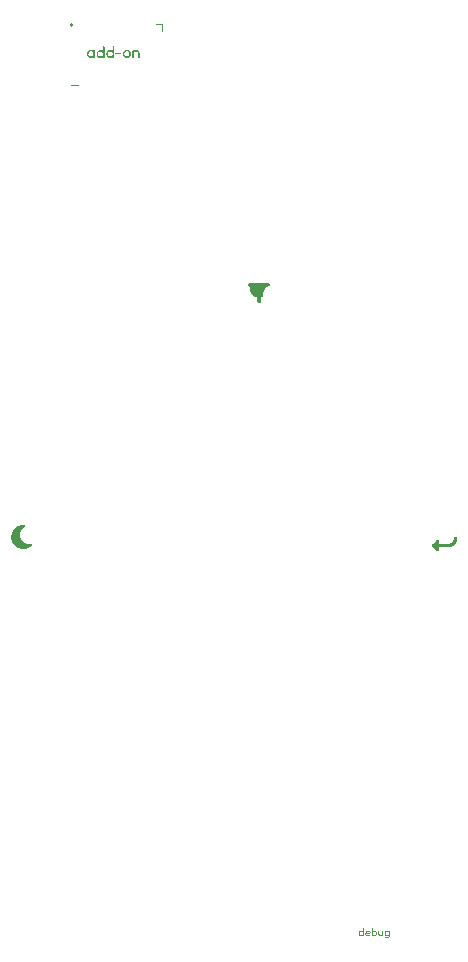
<source format=gbr>
%TF.GenerationSoftware,KiCad,Pcbnew,8.0.8*%
%TF.CreationDate,2025-01-29T17:42:58+00:00*%
%TF.ProjectId,mariposa,6d617269-706f-4736-912e-6b696361645f,2.0*%
%TF.SameCoordinates,Original*%
%TF.FileFunction,Legend,Top*%
%TF.FilePolarity,Positive*%
%FSLAX46Y46*%
G04 Gerber Fmt 4.6, Leading zero omitted, Abs format (unit mm)*
G04 Created by KiCad (PCBNEW 8.0.8) date 2025-01-29 17:42:58*
%MOMM*%
%LPD*%
G01*
G04 APERTURE LIST*
%ADD10C,0.000000*%
%ADD11C,0.100000*%
%ADD12C,0.120000*%
%ADD13C,0.191421*%
G04 APERTURE END LIST*
D10*
G36*
X168838578Y-93312078D02*
G01*
X168846326Y-93312665D01*
X168853961Y-93313633D01*
X168861475Y-93314971D01*
X168868854Y-93316670D01*
X168876091Y-93318719D01*
X168883174Y-93321113D01*
X168890098Y-93323838D01*
X168896851Y-93326886D01*
X168903424Y-93330248D01*
X168909805Y-93333913D01*
X168915988Y-93337873D01*
X168921962Y-93342118D01*
X168927717Y-93346639D01*
X168933244Y-93351426D01*
X168938535Y-93356469D01*
X168943578Y-93361758D01*
X168948363Y-93367286D01*
X168952885Y-93373040D01*
X168957130Y-93379015D01*
X168961090Y-93385197D01*
X168964755Y-93391579D01*
X168968116Y-93398152D01*
X168971165Y-93404904D01*
X168973890Y-93411828D01*
X168976283Y-93418912D01*
X168978333Y-93426149D01*
X168980033Y-93433529D01*
X168981370Y-93441041D01*
X168982337Y-93448677D01*
X168982926Y-93456426D01*
X168983117Y-93464040D01*
X168982133Y-93503030D01*
X168979191Y-93541739D01*
X168974348Y-93579885D01*
X168967648Y-93617420D01*
X168959143Y-93654294D01*
X168948879Y-93690460D01*
X168936903Y-93725870D01*
X168923264Y-93760477D01*
X168908009Y-93794232D01*
X168891187Y-93827090D01*
X168872844Y-93859000D01*
X168853029Y-93889916D01*
X168831790Y-93919790D01*
X168809172Y-93948574D01*
X168785227Y-93976220D01*
X168760000Y-94002679D01*
X168733540Y-94027907D01*
X168705894Y-94051852D01*
X168677111Y-94074469D01*
X168647237Y-94095708D01*
X168616320Y-94115523D01*
X168584410Y-94133867D01*
X168551554Y-94150689D01*
X168517797Y-94165945D01*
X168483190Y-94179584D01*
X168447780Y-94191558D01*
X168411613Y-94201824D01*
X168374740Y-94210329D01*
X168337206Y-94217026D01*
X168299060Y-94221871D01*
X168260350Y-94224812D01*
X168221123Y-94225803D01*
X167459123Y-94225803D01*
X167459123Y-94378202D01*
X167459015Y-94383987D01*
X167458692Y-94389727D01*
X167458158Y-94395420D01*
X167457415Y-94401060D01*
X167456468Y-94406642D01*
X167455319Y-94412162D01*
X167453970Y-94417617D01*
X167452426Y-94423000D01*
X167450689Y-94428309D01*
X167448764Y-94433537D01*
X167446652Y-94438680D01*
X167444355Y-94443736D01*
X167441881Y-94448697D01*
X167439229Y-94453561D01*
X167436403Y-94458322D01*
X167433405Y-94462975D01*
X167430241Y-94467518D01*
X167426913Y-94471943D01*
X167423425Y-94476249D01*
X167419776Y-94480429D01*
X167415974Y-94484479D01*
X167412020Y-94488395D01*
X167407919Y-94492173D01*
X167403670Y-94495807D01*
X167399280Y-94499293D01*
X167394751Y-94502626D01*
X167390084Y-94505803D01*
X167385286Y-94508818D01*
X167380357Y-94511668D01*
X167375302Y-94514346D01*
X167370124Y-94516849D01*
X167364826Y-94519172D01*
X167354022Y-94523210D01*
X167343072Y-94526395D01*
X167332019Y-94528737D01*
X167320907Y-94530246D01*
X167309777Y-94530927D01*
X167298673Y-94530793D01*
X167287641Y-94529848D01*
X167276720Y-94528102D01*
X167265955Y-94525565D01*
X167255390Y-94522243D01*
X167245069Y-94518144D01*
X167235033Y-94513280D01*
X167225326Y-94507655D01*
X167215993Y-94501280D01*
X167207073Y-94494162D01*
X167198615Y-94486312D01*
X166893814Y-94181512D01*
X166888408Y-94175824D01*
X166883350Y-94169933D01*
X166878642Y-94163850D01*
X166874280Y-94157591D01*
X166870269Y-94151168D01*
X166866607Y-94144598D01*
X166863294Y-94137890D01*
X166860329Y-94131059D01*
X166857712Y-94124120D01*
X166855444Y-94117086D01*
X166853526Y-94109970D01*
X166851956Y-94102786D01*
X166850735Y-94095547D01*
X166849863Y-94088267D01*
X166849340Y-94080962D01*
X166849166Y-94073640D01*
X166849340Y-94066320D01*
X166849863Y-94059015D01*
X166850736Y-94051736D01*
X166851956Y-94044497D01*
X166853526Y-94037313D01*
X166855445Y-94030197D01*
X166857712Y-94023163D01*
X166860328Y-94016224D01*
X166863294Y-94009392D01*
X166866607Y-94002685D01*
X166870270Y-93996113D01*
X166874280Y-93989691D01*
X166878641Y-93983432D01*
X166883350Y-93977350D01*
X166888409Y-93971458D01*
X166893814Y-93965771D01*
X167198615Y-93660971D01*
X167207073Y-93653198D01*
X167215992Y-93646139D01*
X167225327Y-93639804D01*
X167235032Y-93634203D01*
X167245068Y-93629348D01*
X167255390Y-93625248D01*
X167265956Y-93621916D01*
X167276720Y-93619359D01*
X167287641Y-93617588D01*
X167298674Y-93616615D01*
X167309777Y-93616451D01*
X167320906Y-93617104D01*
X167332020Y-93618586D01*
X167343072Y-93620906D01*
X167354022Y-93624077D01*
X167364825Y-93628110D01*
X167375303Y-93632941D01*
X167385286Y-93638483D01*
X167394750Y-93644697D01*
X167403670Y-93651543D01*
X167412021Y-93658983D01*
X167419777Y-93666978D01*
X167426913Y-93675493D01*
X167433405Y-93684485D01*
X167439229Y-93693920D01*
X167444355Y-93703756D01*
X167448763Y-93713956D01*
X167452426Y-93724483D01*
X167455319Y-93735297D01*
X167457415Y-93746360D01*
X167458692Y-93757634D01*
X167459123Y-93769079D01*
X167459123Y-93921480D01*
X168221124Y-93921479D01*
X168244642Y-93920884D01*
X168267854Y-93919118D01*
X168290730Y-93916209D01*
X168313238Y-93912187D01*
X168335355Y-93907080D01*
X168357046Y-93900916D01*
X168378287Y-93893727D01*
X168399048Y-93885538D01*
X168419298Y-93876378D01*
X168439012Y-93866279D01*
X168458157Y-93855268D01*
X168476707Y-93843373D01*
X168494633Y-93830622D01*
X168511906Y-93817048D01*
X168528498Y-93802675D01*
X168544378Y-93787534D01*
X168559518Y-93771654D01*
X168573892Y-93755063D01*
X168587466Y-93737789D01*
X168600216Y-93719864D01*
X168612111Y-93701314D01*
X168623124Y-93682168D01*
X168633222Y-93662455D01*
X168642382Y-93642204D01*
X168650571Y-93621444D01*
X168657760Y-93600203D01*
X168663924Y-93578510D01*
X168669030Y-93556395D01*
X168673053Y-93533886D01*
X168675962Y-93511011D01*
X168677728Y-93487799D01*
X168678323Y-93464279D01*
X168678521Y-93456426D01*
X168679108Y-93448677D01*
X168680077Y-93441040D01*
X168681414Y-93433529D01*
X168683114Y-93426150D01*
X168685164Y-93418912D01*
X168687557Y-93411828D01*
X168690282Y-93404905D01*
X168693330Y-93398152D01*
X168696692Y-93391580D01*
X168700357Y-93385198D01*
X168704317Y-93379014D01*
X168708563Y-93373041D01*
X168713083Y-93367286D01*
X168717870Y-93361759D01*
X168722912Y-93356469D01*
X168728203Y-93351425D01*
X168733730Y-93346639D01*
X168739484Y-93342119D01*
X168745458Y-93337873D01*
X168751642Y-93333913D01*
X168758024Y-93330248D01*
X168764595Y-93326885D01*
X168771348Y-93323838D01*
X168778271Y-93321113D01*
X168785356Y-93318719D01*
X168792593Y-93316670D01*
X168799973Y-93314971D01*
X168807484Y-93313632D01*
X168815120Y-93312665D01*
X168822869Y-93312078D01*
X168830723Y-93311880D01*
X168838578Y-93312078D01*
G37*
G36*
X152972670Y-71878675D02*
G01*
X152980419Y-71879262D01*
X152988055Y-71880230D01*
X152995567Y-71881568D01*
X153002946Y-71883267D01*
X153010183Y-71885318D01*
X153017267Y-71887710D01*
X153024191Y-71890435D01*
X153030943Y-71893483D01*
X153037516Y-71896845D01*
X153043898Y-71900511D01*
X153050081Y-71904471D01*
X153056054Y-71908716D01*
X153061810Y-71913236D01*
X153067337Y-71918023D01*
X153072627Y-71923066D01*
X153077670Y-71928356D01*
X153082457Y-71933883D01*
X153086977Y-71939639D01*
X153091222Y-71945612D01*
X153095182Y-71951795D01*
X153098848Y-71958177D01*
X153102209Y-71964749D01*
X153105258Y-71971502D01*
X153107983Y-71978425D01*
X153110375Y-71985510D01*
X153112426Y-71992747D01*
X153114125Y-72000126D01*
X153115463Y-72007638D01*
X153116430Y-72015274D01*
X153117018Y-72023023D01*
X153117216Y-72030877D01*
X153117170Y-72034984D01*
X153117030Y-72039085D01*
X153116789Y-72043175D01*
X153116442Y-72047248D01*
X153115983Y-72051299D01*
X153115408Y-72055322D01*
X153114709Y-72059311D01*
X153113882Y-72063262D01*
X153049388Y-72084749D01*
X152987331Y-72111189D01*
X152927948Y-72142347D01*
X152871478Y-72177986D01*
X152818159Y-72217869D01*
X152768228Y-72261761D01*
X152721923Y-72309423D01*
X152679483Y-72360621D01*
X152641144Y-72415116D01*
X152607146Y-72472674D01*
X152577725Y-72533057D01*
X152553120Y-72596029D01*
X152533569Y-72661354D01*
X152525763Y-72694824D01*
X152519309Y-72728794D01*
X152514238Y-72763234D01*
X152510579Y-72798114D01*
X152508362Y-72833405D01*
X152507616Y-72869077D01*
X152507840Y-72889370D01*
X152508516Y-72909528D01*
X152509650Y-72929553D01*
X152511247Y-72949444D01*
X152513313Y-72969201D01*
X152515854Y-72988824D01*
X152518874Y-73008313D01*
X152522380Y-73027668D01*
X152502559Y-73036507D01*
X152482397Y-73044798D01*
X152461912Y-73052532D01*
X152441120Y-73059696D01*
X152420037Y-73066280D01*
X152398681Y-73072272D01*
X152377069Y-73077661D01*
X152355216Y-73082437D01*
X152355216Y-73402477D01*
X152355018Y-73410331D01*
X152354431Y-73418080D01*
X152353463Y-73425715D01*
X152352125Y-73433228D01*
X152350426Y-73440607D01*
X152348375Y-73447844D01*
X152345983Y-73454928D01*
X152343258Y-73461852D01*
X152340209Y-73468604D01*
X152336848Y-73475177D01*
X152333182Y-73481559D01*
X152329222Y-73487741D01*
X152324977Y-73493715D01*
X152320457Y-73499471D01*
X152315670Y-73504998D01*
X152310627Y-73510288D01*
X152305337Y-73515331D01*
X152299810Y-73520117D01*
X152294054Y-73524638D01*
X152288080Y-73528883D01*
X152281898Y-73532843D01*
X152275516Y-73536509D01*
X152268943Y-73539870D01*
X152262191Y-73542919D01*
X152255267Y-73545644D01*
X152248183Y-73548036D01*
X152240946Y-73550087D01*
X152233567Y-73551786D01*
X152226055Y-73553124D01*
X152218419Y-73554091D01*
X152210670Y-73554679D01*
X152202816Y-73554877D01*
X152194962Y-73554679D01*
X152187213Y-73554091D01*
X152179577Y-73553124D01*
X152172065Y-73551786D01*
X152164686Y-73550087D01*
X152157449Y-73548036D01*
X152150364Y-73545644D01*
X152143441Y-73542919D01*
X152136688Y-73539870D01*
X152130116Y-73536509D01*
X152123734Y-73532843D01*
X152117551Y-73528883D01*
X152111578Y-73524638D01*
X152105822Y-73520117D01*
X152100295Y-73515331D01*
X152095005Y-73510288D01*
X152089962Y-73504998D01*
X152085175Y-73499471D01*
X152080655Y-73493715D01*
X152076410Y-73487741D01*
X152072450Y-73481559D01*
X152068784Y-73475177D01*
X152065422Y-73468604D01*
X152062374Y-73461852D01*
X152059649Y-73454928D01*
X152057257Y-73447844D01*
X152055206Y-73440607D01*
X152053507Y-73433228D01*
X152052169Y-73425715D01*
X152051201Y-73418080D01*
X152050614Y-73410331D01*
X152050416Y-73402477D01*
X152050416Y-73082437D01*
X152018079Y-73075139D01*
X151986277Y-73066485D01*
X151955041Y-73056505D01*
X151924405Y-73045232D01*
X151894400Y-73032698D01*
X151865059Y-73018936D01*
X151836413Y-73003978D01*
X151808496Y-72987857D01*
X151781339Y-72970603D01*
X151754975Y-72952251D01*
X151704753Y-72912377D01*
X151658090Y-72868492D01*
X151615243Y-72820857D01*
X151576469Y-72769727D01*
X151558691Y-72742933D01*
X151542028Y-72715362D01*
X151526513Y-72687046D01*
X151512178Y-72658019D01*
X151499055Y-72628312D01*
X151487176Y-72597957D01*
X151476574Y-72566987D01*
X151467281Y-72535433D01*
X151459329Y-72503329D01*
X151452750Y-72470707D01*
X151447577Y-72437598D01*
X151443843Y-72404035D01*
X151441578Y-72370051D01*
X151440816Y-72335677D01*
X151440816Y-72183277D01*
X151432962Y-72183079D01*
X151425213Y-72182492D01*
X151417577Y-72181524D01*
X151410065Y-72180186D01*
X151402686Y-72178487D01*
X151395449Y-72176436D01*
X151388364Y-72174044D01*
X151381441Y-72171319D01*
X151374688Y-72168270D01*
X151368116Y-72164909D01*
X151361734Y-72161243D01*
X151355551Y-72157283D01*
X151349578Y-72153038D01*
X151343822Y-72148518D01*
X151338295Y-72143731D01*
X151333005Y-72138688D01*
X151327962Y-72133398D01*
X151323175Y-72127871D01*
X151318655Y-72122115D01*
X151314410Y-72116141D01*
X151310450Y-72109959D01*
X151306784Y-72103577D01*
X151303422Y-72097004D01*
X151300374Y-72090252D01*
X151297649Y-72083328D01*
X151295257Y-72076244D01*
X151293206Y-72069007D01*
X151291507Y-72061628D01*
X151290169Y-72054116D01*
X151289201Y-72046480D01*
X151288614Y-72038731D01*
X151288416Y-72030877D01*
X151288614Y-72023023D01*
X151289201Y-72015274D01*
X151290169Y-72007638D01*
X151291507Y-72000126D01*
X151293206Y-71992747D01*
X151295257Y-71985510D01*
X151297649Y-71978425D01*
X151300374Y-71971502D01*
X151303422Y-71964749D01*
X151306784Y-71958177D01*
X151310450Y-71951795D01*
X151314410Y-71945612D01*
X151318655Y-71939639D01*
X151323175Y-71933883D01*
X151327962Y-71928356D01*
X151333005Y-71923066D01*
X151338295Y-71918023D01*
X151343822Y-71913236D01*
X151349578Y-71908716D01*
X151355551Y-71904471D01*
X151361734Y-71900511D01*
X151368116Y-71896845D01*
X151374688Y-71893483D01*
X151381441Y-71890435D01*
X151388364Y-71887710D01*
X151395449Y-71885318D01*
X151402686Y-71883267D01*
X151410065Y-71881568D01*
X151417577Y-71880230D01*
X151425213Y-71879262D01*
X151432962Y-71878675D01*
X151440816Y-71878477D01*
X152964816Y-71878477D01*
X152972670Y-71878675D01*
G37*
G36*
X168983124Y-93464280D02*
G01*
X168983117Y-93464040D01*
X168983124Y-93463803D01*
X168983124Y-93464280D01*
G37*
G36*
X132224101Y-92331328D02*
G01*
X132245838Y-92331535D01*
X132256647Y-92331802D01*
X132267426Y-92332188D01*
X132278180Y-92332697D01*
X132288916Y-92333337D01*
X132299638Y-92334113D01*
X132310355Y-92335033D01*
X132313808Y-92335400D01*
X132317222Y-92335903D01*
X132320591Y-92336541D01*
X132323916Y-92337310D01*
X132327190Y-92338208D01*
X132330413Y-92339232D01*
X132333579Y-92340380D01*
X132336689Y-92341647D01*
X132339737Y-92343033D01*
X132342719Y-92344534D01*
X132345637Y-92346146D01*
X132348483Y-92347868D01*
X132351255Y-92349699D01*
X132353952Y-92351632D01*
X132356569Y-92353668D01*
X132359104Y-92355802D01*
X132361553Y-92358032D01*
X132363915Y-92360356D01*
X132366186Y-92362772D01*
X132368361Y-92365274D01*
X132370440Y-92367862D01*
X132372419Y-92370531D01*
X132374295Y-92373281D01*
X132376062Y-92376110D01*
X132377721Y-92379011D01*
X132379269Y-92381984D01*
X132380701Y-92385027D01*
X132382014Y-92388135D01*
X132383207Y-92391307D01*
X132384276Y-92394540D01*
X132385215Y-92397831D01*
X132386026Y-92401178D01*
X132386699Y-92404555D01*
X132387231Y-92407933D01*
X132387623Y-92411310D01*
X132387878Y-92414683D01*
X132387996Y-92418049D01*
X132387979Y-92421401D01*
X132387829Y-92424740D01*
X132387547Y-92428058D01*
X132387134Y-92431355D01*
X132386593Y-92434625D01*
X132385925Y-92437867D01*
X132385133Y-92441073D01*
X132384214Y-92444244D01*
X132383175Y-92447374D01*
X132382014Y-92450461D01*
X132380735Y-92453499D01*
X132379336Y-92456487D01*
X132377822Y-92459421D01*
X132376192Y-92462295D01*
X132374450Y-92465107D01*
X132372596Y-92467854D01*
X132370632Y-92470532D01*
X132368560Y-92473138D01*
X132366380Y-92475666D01*
X132364095Y-92478116D01*
X132361707Y-92480481D01*
X132359216Y-92482760D01*
X132356624Y-92484949D01*
X132353933Y-92487043D01*
X132351144Y-92489039D01*
X132348259Y-92490934D01*
X132345281Y-92492725D01*
X132302140Y-92519109D01*
X132260907Y-92548175D01*
X132221701Y-92579803D01*
X132184645Y-92613871D01*
X132149858Y-92650257D01*
X132117461Y-92688842D01*
X132087576Y-92729505D01*
X132060324Y-92772125D01*
X132035824Y-92816578D01*
X132014199Y-92862748D01*
X131995568Y-92910511D01*
X131980056Y-92959746D01*
X131967779Y-93010334D01*
X131958860Y-93062153D01*
X131953420Y-93115081D01*
X131951580Y-93168999D01*
X131952587Y-93208936D01*
X131955577Y-93248346D01*
X131960499Y-93287183D01*
X131967307Y-93325394D01*
X131975950Y-93362935D01*
X131986381Y-93399754D01*
X131998550Y-93435806D01*
X132012409Y-93471037D01*
X132027909Y-93505403D01*
X132045001Y-93538853D01*
X132063637Y-93571340D01*
X132083766Y-93602814D01*
X132105343Y-93633228D01*
X132128317Y-93662530D01*
X132152639Y-93690676D01*
X132178262Y-93717612D01*
X132205135Y-93743295D01*
X132233209Y-93767672D01*
X132262439Y-93790696D01*
X132292773Y-93812320D01*
X132324164Y-93832491D01*
X132356561Y-93851165D01*
X132389917Y-93868291D01*
X132424183Y-93883820D01*
X132459312Y-93897706D01*
X132495251Y-93909897D01*
X132531955Y-93920347D01*
X132569373Y-93929004D01*
X132607458Y-93935824D01*
X132646159Y-93940755D01*
X132685429Y-93943748D01*
X132725221Y-93944758D01*
X132742236Y-93944561D01*
X132759146Y-93943980D01*
X132775944Y-93943028D01*
X132792625Y-93941714D01*
X132809180Y-93940055D01*
X132825606Y-93938061D01*
X132841895Y-93935743D01*
X132858042Y-93933115D01*
X132861465Y-93932593D01*
X132864883Y-93932214D01*
X132868295Y-93931976D01*
X132871696Y-93931879D01*
X132875083Y-93931921D01*
X132878451Y-93932097D01*
X132881799Y-93932409D01*
X132885120Y-93932852D01*
X132888414Y-93933425D01*
X132891674Y-93934126D01*
X132894900Y-93934953D01*
X132898086Y-93935906D01*
X132901230Y-93936981D01*
X132904325Y-93938176D01*
X132907372Y-93939491D01*
X132910364Y-93940920D01*
X132913299Y-93942466D01*
X132916172Y-93944124D01*
X132918982Y-93945893D01*
X132921723Y-93947772D01*
X132924393Y-93949757D01*
X132926987Y-93951845D01*
X132929502Y-93954038D01*
X132931935Y-93956332D01*
X132934282Y-93958727D01*
X132936539Y-93961216D01*
X132938704Y-93963802D01*
X132940771Y-93966482D01*
X132942737Y-93969254D01*
X132944601Y-93972114D01*
X132946356Y-93975061D01*
X132948001Y-93978095D01*
X132949518Y-93981191D01*
X132950898Y-93984329D01*
X132952139Y-93987500D01*
X132953244Y-93990704D01*
X132954210Y-93993934D01*
X132955042Y-93997188D01*
X132955739Y-94000461D01*
X132956302Y-94003752D01*
X132956731Y-94007052D01*
X132957028Y-94010361D01*
X132957228Y-94016986D01*
X132956906Y-94023593D01*
X132956070Y-94030151D01*
X132954726Y-94036629D01*
X132952880Y-94042995D01*
X132950536Y-94049216D01*
X132947703Y-94055262D01*
X132944385Y-94061100D01*
X132942549Y-94063931D01*
X132940592Y-94066698D01*
X132938518Y-94069397D01*
X132936327Y-94072025D01*
X132934019Y-94074577D01*
X132931596Y-94077049D01*
X132896595Y-94109670D01*
X132860090Y-94140618D01*
X132822141Y-94169835D01*
X132782810Y-94197260D01*
X132742154Y-94222836D01*
X132700234Y-94246499D01*
X132657110Y-94268192D01*
X132612840Y-94287855D01*
X132567485Y-94305429D01*
X132521105Y-94320853D01*
X132473758Y-94334068D01*
X132425506Y-94345015D01*
X132376408Y-94353632D01*
X132326522Y-94359860D01*
X132275910Y-94363642D01*
X132224630Y-94364915D01*
X132172367Y-94363591D01*
X132120795Y-94359661D01*
X132069975Y-94353191D01*
X132019974Y-94344243D01*
X131970853Y-94332880D01*
X131922676Y-94319168D01*
X131875507Y-94303172D01*
X131829408Y-94284954D01*
X131784445Y-94264578D01*
X131740680Y-94242109D01*
X131698176Y-94217612D01*
X131656999Y-94191149D01*
X131617212Y-94162785D01*
X131578875Y-94132586D01*
X131542055Y-94100611D01*
X131506815Y-94066928D01*
X131473218Y-94031602D01*
X131441329Y-93994694D01*
X131411209Y-93956267D01*
X131382924Y-93916390D01*
X131356535Y-93875124D01*
X131332108Y-93832533D01*
X131309707Y-93788680D01*
X131289394Y-93743631D01*
X131271232Y-93697452D01*
X131255285Y-93650203D01*
X131241617Y-93601949D01*
X131230292Y-93552755D01*
X131221373Y-93502686D01*
X131214924Y-93451802D01*
X131211008Y-93400172D01*
X131209688Y-93347858D01*
X131211008Y-93295543D01*
X131214924Y-93243912D01*
X131221373Y-93193030D01*
X131230292Y-93142960D01*
X131241618Y-93093765D01*
X131255285Y-93045512D01*
X131271231Y-92998262D01*
X131289394Y-92952082D01*
X131309707Y-92907033D01*
X131332109Y-92863182D01*
X131356536Y-92820591D01*
X131382923Y-92779324D01*
X131411208Y-92739446D01*
X131441329Y-92701021D01*
X131473218Y-92664114D01*
X131506816Y-92628787D01*
X131542054Y-92595103D01*
X131578875Y-92563129D01*
X131617211Y-92532930D01*
X131656999Y-92504566D01*
X131698178Y-92478103D01*
X131740680Y-92453604D01*
X131784446Y-92431136D01*
X131829408Y-92410761D01*
X131875508Y-92392543D01*
X131922676Y-92376546D01*
X131970853Y-92362834D01*
X132019974Y-92351472D01*
X132069975Y-92342525D01*
X132120795Y-92336052D01*
X132172366Y-92332123D01*
X132224630Y-92330799D01*
X132224101Y-92331328D01*
G37*
D11*
G36*
X138284884Y-52117131D02*
G01*
X138301004Y-52141311D01*
X138305157Y-52179413D01*
X138305157Y-52719434D01*
X138301004Y-52755093D01*
X138284396Y-52777808D01*
X138245073Y-52785623D01*
X138200621Y-52772923D01*
X138185233Y-52733844D01*
X138190118Y-52663502D01*
X138159141Y-52702488D01*
X138146887Y-52714793D01*
X138107844Y-52744778D01*
X138069462Y-52765107D01*
X138020182Y-52780534D01*
X137970353Y-52786265D01*
X137953691Y-52786600D01*
X137904587Y-52782857D01*
X137854259Y-52770351D01*
X137828394Y-52759978D01*
X137783660Y-52734961D01*
X137743521Y-52703172D01*
X137726545Y-52686217D01*
X137693929Y-52645538D01*
X137667520Y-52600103D01*
X137657424Y-52577528D01*
X137642243Y-52529878D01*
X137634069Y-52479618D01*
X137632730Y-52449545D01*
X137753656Y-52449545D01*
X137758986Y-52501658D01*
X137774974Y-52549002D01*
X137781500Y-52561653D01*
X137812433Y-52603573D01*
X137853027Y-52636371D01*
X137859169Y-52640055D01*
X137905832Y-52659589D01*
X137954269Y-52667933D01*
X137974207Y-52668631D01*
X138025252Y-52662245D01*
X138071680Y-52643086D01*
X138077522Y-52639566D01*
X138116842Y-52607581D01*
X138147790Y-52566580D01*
X138151284Y-52560431D01*
X138170150Y-52514216D01*
X138178452Y-52462765D01*
X138178883Y-52447103D01*
X138174167Y-52395748D01*
X138158539Y-52346755D01*
X138150307Y-52330843D01*
X138119437Y-52288908D01*
X138080411Y-52256526D01*
X138074591Y-52252930D01*
X138028535Y-52232594D01*
X137978292Y-52224708D01*
X137971277Y-52224598D01*
X137921308Y-52229515D01*
X137873356Y-52245811D01*
X137857704Y-52254395D01*
X137819028Y-52284395D01*
X137786617Y-52325253D01*
X137781256Y-52334507D01*
X137762389Y-52381290D01*
X137754330Y-52429671D01*
X137753656Y-52449545D01*
X137632730Y-52449545D01*
X137632512Y-52444660D01*
X137636015Y-52394354D01*
X137646525Y-52346383D01*
X137657424Y-52315700D01*
X137681049Y-52268981D01*
X137711042Y-52226858D01*
X137727034Y-52208966D01*
X137765526Y-52174368D01*
X137808372Y-52146381D01*
X137829616Y-52135693D01*
X137878136Y-52118456D01*
X137929236Y-52110007D01*
X137953691Y-52109071D01*
X138003920Y-52112156D01*
X138052967Y-52123239D01*
X138058471Y-52125191D01*
X138103671Y-52146572D01*
X138133698Y-52167689D01*
X138170334Y-52202742D01*
X138189385Y-52226063D01*
X138185478Y-52166224D01*
X138199399Y-52122748D01*
X138246294Y-52108826D01*
X138284884Y-52117131D01*
G37*
G36*
X139094794Y-51804256D02*
G01*
X139112135Y-51825993D01*
X139116775Y-51859454D01*
X139116775Y-52722609D01*
X139112623Y-52756558D01*
X139095771Y-52779029D01*
X139055715Y-52787089D01*
X139011018Y-52775365D01*
X138994898Y-52737996D01*
X138994898Y-52676051D01*
X138983663Y-52690124D01*
X138946003Y-52726375D01*
X138902265Y-52754772D01*
X138888653Y-52761443D01*
X138841388Y-52777732D01*
X138789689Y-52785716D01*
X138764333Y-52786600D01*
X138713310Y-52782489D01*
X138664626Y-52770154D01*
X138642944Y-52761688D01*
X138599004Y-52737821D01*
X138559659Y-52707102D01*
X138543049Y-52690613D01*
X138511304Y-52650523D01*
X138485524Y-52604871D01*
X138475638Y-52581925D01*
X138460754Y-52533084D01*
X138452740Y-52481083D01*
X138451378Y-52448568D01*
X138572847Y-52448568D01*
X138577402Y-52498459D01*
X138592495Y-52546598D01*
X138600446Y-52562385D01*
X138630775Y-52604024D01*
X138670012Y-52636431D01*
X138675917Y-52640055D01*
X138723226Y-52660215D01*
X138774936Y-52668033D01*
X138782163Y-52668143D01*
X138831450Y-52662766D01*
X138878863Y-52645074D01*
X138887676Y-52640055D01*
X138927224Y-52608878D01*
X138958401Y-52568470D01*
X138961926Y-52562385D01*
X138980792Y-52516317D01*
X138989094Y-52464452D01*
X138989525Y-52448568D01*
X138984970Y-52397846D01*
X138969877Y-52349173D01*
X138961926Y-52333286D01*
X138931933Y-52291351D01*
X138893247Y-52258968D01*
X138887431Y-52255372D01*
X138840838Y-52235036D01*
X138792606Y-52227289D01*
X138781674Y-52227040D01*
X138732607Y-52232416D01*
X138684497Y-52250108D01*
X138675429Y-52255128D01*
X138635179Y-52286115D01*
X138603730Y-52326869D01*
X138600202Y-52333041D01*
X138581502Y-52379677D01*
X138573515Y-52428424D01*
X138572847Y-52448568D01*
X138451378Y-52448568D01*
X138451214Y-52444660D01*
X138454648Y-52391984D01*
X138464952Y-52342399D01*
X138475638Y-52311060D01*
X138498704Y-52263711D01*
X138527817Y-52221684D01*
X138543293Y-52204081D01*
X138580676Y-52170358D01*
X138622573Y-52143406D01*
X138643433Y-52133251D01*
X138690958Y-52116963D01*
X138740660Y-52108978D01*
X138764333Y-52108094D01*
X138813621Y-52111631D01*
X138862907Y-52123448D01*
X138887676Y-52133251D01*
X138933150Y-52159070D01*
X138972546Y-52192930D01*
X138982686Y-52204081D01*
X138994898Y-52220773D01*
X138994898Y-51860920D01*
X138998318Y-51826482D01*
X139014926Y-51804500D01*
X139054249Y-51796440D01*
X139094794Y-51804256D01*
G37*
G36*
X139914473Y-51804256D02*
G01*
X139931814Y-51825993D01*
X139936454Y-51859454D01*
X139936454Y-52722609D01*
X139932302Y-52756558D01*
X139915450Y-52779029D01*
X139875394Y-52787089D01*
X139830697Y-52775365D01*
X139814577Y-52737996D01*
X139814577Y-52676051D01*
X139803342Y-52690124D01*
X139765682Y-52726375D01*
X139721944Y-52754772D01*
X139708332Y-52761443D01*
X139661067Y-52777732D01*
X139609368Y-52785716D01*
X139584012Y-52786600D01*
X139532989Y-52782489D01*
X139484305Y-52770154D01*
X139462623Y-52761688D01*
X139418683Y-52737821D01*
X139379338Y-52707102D01*
X139362728Y-52690613D01*
X139330983Y-52650523D01*
X139305203Y-52604871D01*
X139295317Y-52581925D01*
X139280433Y-52533084D01*
X139272419Y-52481083D01*
X139271057Y-52448568D01*
X139392526Y-52448568D01*
X139397081Y-52498459D01*
X139412174Y-52546598D01*
X139420125Y-52562385D01*
X139450454Y-52604024D01*
X139489691Y-52636431D01*
X139495596Y-52640055D01*
X139542905Y-52660215D01*
X139594615Y-52668033D01*
X139601842Y-52668143D01*
X139651129Y-52662766D01*
X139698542Y-52645074D01*
X139707355Y-52640055D01*
X139746903Y-52608878D01*
X139778080Y-52568470D01*
X139781605Y-52562385D01*
X139800471Y-52516317D01*
X139808773Y-52464452D01*
X139809204Y-52448568D01*
X139804649Y-52397846D01*
X139789556Y-52349173D01*
X139781605Y-52333286D01*
X139751612Y-52291351D01*
X139712926Y-52258968D01*
X139707110Y-52255372D01*
X139660517Y-52235036D01*
X139612285Y-52227289D01*
X139601353Y-52227040D01*
X139552286Y-52232416D01*
X139504176Y-52250108D01*
X139495108Y-52255128D01*
X139454858Y-52286115D01*
X139423409Y-52326869D01*
X139419881Y-52333041D01*
X139401181Y-52379677D01*
X139393194Y-52428424D01*
X139392526Y-52448568D01*
X139271057Y-52448568D01*
X139270893Y-52444660D01*
X139274327Y-52391984D01*
X139284631Y-52342399D01*
X139295317Y-52311060D01*
X139318383Y-52263711D01*
X139347496Y-52221684D01*
X139362972Y-52204081D01*
X139400355Y-52170358D01*
X139442252Y-52143406D01*
X139463112Y-52133251D01*
X139510637Y-52116963D01*
X139560339Y-52108978D01*
X139584012Y-52108094D01*
X139633300Y-52111631D01*
X139682586Y-52123448D01*
X139707355Y-52133251D01*
X139752829Y-52159070D01*
X139792225Y-52192930D01*
X139802365Y-52204081D01*
X139814577Y-52220773D01*
X139814577Y-51860920D01*
X139817997Y-51826482D01*
X139834605Y-51804500D01*
X139873928Y-51796440D01*
X139914473Y-51804256D01*
G37*
G36*
X140090572Y-52474458D02*
G01*
X140060774Y-52470794D01*
X140040013Y-52453942D01*
X140032686Y-52414618D01*
X140039769Y-52375295D01*
X140060041Y-52358198D01*
X140088862Y-52353802D01*
X140455959Y-52353802D01*
X140485757Y-52358198D01*
X140505296Y-52375295D01*
X140512379Y-52414863D01*
X140505052Y-52453942D01*
X140484780Y-52470794D01*
X140454005Y-52474458D01*
X140090572Y-52474458D01*
G37*
G36*
X141052550Y-52105093D02*
G01*
X141102275Y-52115873D01*
X141149064Y-52133841D01*
X141173789Y-52146928D01*
X141215103Y-52175090D01*
X141251395Y-52208469D01*
X141282663Y-52247064D01*
X141297864Y-52270759D01*
X141320179Y-52316307D01*
X141335190Y-52365024D01*
X141342899Y-52416909D01*
X141344026Y-52447103D01*
X141340736Y-52498270D01*
X141330866Y-52546321D01*
X141316182Y-52587298D01*
X141292483Y-52632407D01*
X141263151Y-52672844D01*
X141240467Y-52697207D01*
X141202789Y-52729093D01*
X141161195Y-52755139D01*
X141131290Y-52769259D01*
X141084487Y-52784738D01*
X141036036Y-52793073D01*
X141002819Y-52794660D01*
X140952169Y-52790951D01*
X140903168Y-52779823D01*
X140871416Y-52768282D01*
X140826411Y-52745648D01*
X140785183Y-52717312D01*
X140759797Y-52695254D01*
X140726046Y-52657816D01*
X140698065Y-52615844D01*
X140682616Y-52585344D01*
X140665500Y-52536458D01*
X140656284Y-52484686D01*
X140654528Y-52448568D01*
X140654685Y-52446126D01*
X140777383Y-52446126D01*
X140782421Y-52498119D01*
X140797537Y-52544953D01*
X140807913Y-52564828D01*
X140838627Y-52605453D01*
X140876915Y-52637570D01*
X140889246Y-52645184D01*
X140935428Y-52664885D01*
X140985069Y-52673554D01*
X140999888Y-52674004D01*
X141049756Y-52668394D01*
X141096352Y-52651565D01*
X141109064Y-52644695D01*
X141149516Y-52614582D01*
X141182394Y-52575960D01*
X141190397Y-52563362D01*
X141210323Y-52518675D01*
X141220090Y-52469150D01*
X141221172Y-52444660D01*
X141216415Y-52393976D01*
X141200654Y-52344982D01*
X141192351Y-52328889D01*
X141163019Y-52289119D01*
X141125459Y-52257857D01*
X141113217Y-52250487D01*
X141066527Y-52231120D01*
X141014508Y-52222598D01*
X140998667Y-52222155D01*
X140946507Y-52227812D01*
X140899023Y-52244782D01*
X140886315Y-52251709D01*
X140846598Y-52281421D01*
X140814641Y-52319268D01*
X140806936Y-52331576D01*
X140786733Y-52378386D01*
X140777844Y-52430338D01*
X140777383Y-52446126D01*
X140654685Y-52446126D01*
X140657674Y-52399741D01*
X140668282Y-52349240D01*
X140681151Y-52313258D01*
X140704255Y-52268424D01*
X140733266Y-52227712D01*
X140755889Y-52202860D01*
X140793968Y-52169944D01*
X140836031Y-52143005D01*
X140866287Y-52128366D01*
X140914269Y-52111994D01*
X140964793Y-52103178D01*
X140999888Y-52101499D01*
X141052550Y-52105093D01*
G37*
G36*
X141540153Y-52785868D02*
G01*
X141501074Y-52778052D01*
X141484221Y-52756070D01*
X141480314Y-52722609D01*
X141480314Y-52166468D01*
X141484221Y-52135693D01*
X141501807Y-52115909D01*
X141541618Y-52108826D01*
X141575080Y-52114200D01*
X141591688Y-52127633D01*
X141598039Y-52145707D01*
X141600237Y-52163781D01*
X141597306Y-52227773D01*
X141626558Y-52188476D01*
X141631744Y-52183076D01*
X141670466Y-52150891D01*
X141680593Y-52144242D01*
X141725014Y-52122122D01*
X141741165Y-52116642D01*
X141790961Y-52107420D01*
X141811751Y-52106628D01*
X141860898Y-52110256D01*
X141909678Y-52122277D01*
X141926057Y-52128610D01*
X141971380Y-52153229D01*
X142010263Y-52186327D01*
X142014961Y-52191381D01*
X142046238Y-52233323D01*
X142068651Y-52279151D01*
X142072602Y-52289810D01*
X142085728Y-52339103D01*
X142091905Y-52388968D01*
X142092875Y-52419992D01*
X142092875Y-52724074D01*
X142088722Y-52757535D01*
X142072114Y-52778785D01*
X142031570Y-52785868D01*
X141990537Y-52778052D01*
X141972951Y-52756070D01*
X141969043Y-52722609D01*
X141969043Y-52418771D01*
X141965257Y-52369877D01*
X141951655Y-52321441D01*
X141949260Y-52315944D01*
X141920898Y-52273217D01*
X141890397Y-52248533D01*
X141843155Y-52229857D01*
X141791967Y-52224598D01*
X141740905Y-52229911D01*
X141694011Y-52247290D01*
X141691339Y-52248778D01*
X141651631Y-52279915D01*
X141625638Y-52316433D01*
X141608419Y-52363633D01*
X141602702Y-52415092D01*
X141602679Y-52418771D01*
X141602679Y-52724074D01*
X141598527Y-52757535D01*
X141581186Y-52778785D01*
X141540153Y-52785868D01*
G37*
G36*
X161078206Y-126465782D02*
G01*
X161090345Y-126480999D01*
X161093593Y-126504422D01*
X161093593Y-127108630D01*
X161090687Y-127132394D01*
X161078890Y-127148124D01*
X161050851Y-127153766D01*
X161019563Y-127145559D01*
X161008279Y-127119401D01*
X161008279Y-127076039D01*
X161000415Y-127085891D01*
X160974053Y-127111266D01*
X160943436Y-127131144D01*
X160933907Y-127135814D01*
X160900822Y-127147216D01*
X160864633Y-127152805D01*
X160846884Y-127153424D01*
X160811168Y-127150546D01*
X160777088Y-127141911D01*
X160761912Y-127135985D01*
X160731153Y-127119278D01*
X160703611Y-127097775D01*
X160691985Y-127086233D01*
X160669763Y-127058170D01*
X160651717Y-127026213D01*
X160644797Y-127010151D01*
X160634379Y-126975962D01*
X160628769Y-126939562D01*
X160627815Y-126916801D01*
X160712843Y-126916801D01*
X160716032Y-126951725D01*
X160726597Y-126985422D01*
X160732163Y-126996473D01*
X160753393Y-127025620D01*
X160780859Y-127048305D01*
X160784993Y-127050842D01*
X160818109Y-127064954D01*
X160854305Y-127070427D01*
X160859364Y-127070503D01*
X160893866Y-127066740D01*
X160927055Y-127054356D01*
X160933224Y-127050842D01*
X160960908Y-127029018D01*
X160982731Y-127000733D01*
X160985198Y-126996473D01*
X160998405Y-126964225D01*
X161004216Y-126927920D01*
X161004518Y-126916801D01*
X161001330Y-126881296D01*
X160990764Y-126847225D01*
X160985198Y-126836103D01*
X160964204Y-126806749D01*
X160937123Y-126784081D01*
X160933053Y-126781564D01*
X160900437Y-126767329D01*
X160866675Y-126761906D01*
X160859023Y-126761732D01*
X160824676Y-126765495D01*
X160790998Y-126777879D01*
X160784651Y-126781393D01*
X160756476Y-126803084D01*
X160734462Y-126831612D01*
X160731992Y-126835933D01*
X160718902Y-126868578D01*
X160713311Y-126902700D01*
X160712843Y-126916801D01*
X160627815Y-126916801D01*
X160627700Y-126914066D01*
X160630104Y-126877192D01*
X160637317Y-126842483D01*
X160644797Y-126820545D01*
X160660944Y-126787401D01*
X160681323Y-126757982D01*
X160692156Y-126745660D01*
X160718324Y-126722054D01*
X160747652Y-126703188D01*
X160762254Y-126696079D01*
X160795521Y-126684677D01*
X160830312Y-126679088D01*
X160846884Y-126678469D01*
X160881385Y-126680946D01*
X160915885Y-126689217D01*
X160933224Y-126696079D01*
X160965055Y-126714152D01*
X160992633Y-126737855D01*
X160999731Y-126745660D01*
X161008279Y-126757344D01*
X161008279Y-126505448D01*
X161010673Y-126481341D01*
X161022299Y-126465953D01*
X161049825Y-126460311D01*
X161078206Y-126465782D01*
G37*
G36*
X161471552Y-126679754D02*
G01*
X161506521Y-126686902D01*
X161523925Y-126692831D01*
X161555658Y-126708076D01*
X161584720Y-126728695D01*
X161589919Y-126733351D01*
X161614069Y-126760065D01*
X161631807Y-126789942D01*
X161643280Y-126823281D01*
X161646510Y-126852859D01*
X161642645Y-126888540D01*
X161625924Y-126920468D01*
X161623087Y-126923127D01*
X161591415Y-126939972D01*
X161565300Y-126943302D01*
X161281660Y-126943302D01*
X161285891Y-126978527D01*
X161300810Y-127011113D01*
X161305083Y-127016990D01*
X161330426Y-127042638D01*
X161361253Y-127062200D01*
X161365778Y-127064348D01*
X161398105Y-127075685D01*
X161433105Y-127080787D01*
X161440150Y-127080933D01*
X161475045Y-127079519D01*
X161486824Y-127078197D01*
X161520286Y-127070640D01*
X161521189Y-127070332D01*
X161546322Y-127060245D01*
X161565642Y-127050671D01*
X161582226Y-127043661D01*
X161598810Y-127045542D01*
X161612487Y-127058364D01*
X161620010Y-127073581D01*
X161622233Y-127088113D01*
X161601346Y-127116333D01*
X161598468Y-127118375D01*
X161566299Y-127135241D01*
X161533499Y-127146414D01*
X161497935Y-127154052D01*
X161461651Y-127157646D01*
X161438953Y-127158211D01*
X161403430Y-127156341D01*
X161367208Y-127149964D01*
X161333977Y-127139062D01*
X161301375Y-127122529D01*
X161272813Y-127101908D01*
X161256015Y-127085891D01*
X161234360Y-127058931D01*
X161216841Y-127029086D01*
X161207459Y-127007586D01*
X161197145Y-126973334D01*
X161191591Y-126937254D01*
X161190533Y-126912185D01*
X161192368Y-126885001D01*
X161281660Y-126885001D01*
X161528199Y-126885001D01*
X161555896Y-126880214D01*
X161565642Y-126854055D01*
X161558352Y-126820287D01*
X161548715Y-126804303D01*
X161522883Y-126779633D01*
X161502896Y-126768228D01*
X161469783Y-126757556D01*
X161436559Y-126754551D01*
X161400501Y-126757823D01*
X161367127Y-126767641D01*
X161358084Y-126771648D01*
X161328013Y-126790419D01*
X161303142Y-126816486D01*
X161301835Y-126818323D01*
X161286448Y-126849781D01*
X161281660Y-126885001D01*
X161192368Y-126885001D01*
X161193008Y-126875526D01*
X161200433Y-126841139D01*
X161212807Y-126809024D01*
X161221821Y-126792164D01*
X161241423Y-126764109D01*
X161267676Y-126737061D01*
X161295330Y-126716430D01*
X161308845Y-126708389D01*
X161341385Y-126693513D01*
X161376495Y-126683505D01*
X161414174Y-126678366D01*
X161436217Y-126677614D01*
X161471552Y-126679754D01*
G37*
G36*
X161809787Y-126466637D02*
G01*
X161821584Y-126482025D01*
X161824319Y-126505448D01*
X161824319Y-126756315D01*
X161832868Y-126745660D01*
X161859197Y-126720350D01*
X161889715Y-126700669D01*
X161899204Y-126696079D01*
X161932205Y-126684677D01*
X161968140Y-126679088D01*
X161985715Y-126678469D01*
X162021567Y-126681375D01*
X162055501Y-126690094D01*
X162070516Y-126696079D01*
X162101164Y-126712757D01*
X162128651Y-126734176D01*
X162140272Y-126745660D01*
X162162687Y-126773361D01*
X162180756Y-126804785D01*
X162187630Y-126820545D01*
X162198049Y-126853812D01*
X162203659Y-126889243D01*
X162204727Y-126914066D01*
X162202707Y-126948869D01*
X162195895Y-126984717D01*
X162187630Y-127010151D01*
X162172980Y-127041446D01*
X162152986Y-127071606D01*
X162140443Y-127086233D01*
X162114442Y-127109950D01*
X162085338Y-127128870D01*
X162070858Y-127135985D01*
X162037753Y-127147276D01*
X162002617Y-127152811D01*
X161985715Y-127153424D01*
X161950957Y-127150947D01*
X161916179Y-127142676D01*
X161898691Y-127135814D01*
X161868881Y-127118997D01*
X161840944Y-127095585D01*
X161832013Y-127085891D01*
X161824319Y-127075296D01*
X161824319Y-127119401D01*
X161813377Y-127146243D01*
X161782431Y-127154450D01*
X161754563Y-127148979D01*
X161742083Y-127133591D01*
X161739005Y-127110168D01*
X161739005Y-126916801D01*
X161827909Y-126916801D01*
X161831098Y-126951725D01*
X161841663Y-126985422D01*
X161847229Y-126996473D01*
X161868432Y-127025620D01*
X161895495Y-127048305D01*
X161899546Y-127050842D01*
X161932171Y-127064954D01*
X161968178Y-127070427D01*
X161973234Y-127070503D01*
X162008067Y-127066740D01*
X162041684Y-127054356D01*
X162047948Y-127050842D01*
X162075877Y-127029018D01*
X162097796Y-127000733D01*
X162100265Y-126996473D01*
X162113588Y-126964225D01*
X162119451Y-126927920D01*
X162119755Y-126916801D01*
X162116567Y-126881268D01*
X162106001Y-126847103D01*
X162100436Y-126835933D01*
X162079403Y-126806493D01*
X162052210Y-126783890D01*
X162048119Y-126781393D01*
X162015268Y-126767281D01*
X161981150Y-126761904D01*
X161973405Y-126761732D01*
X161939123Y-126765528D01*
X161905662Y-126778020D01*
X161899375Y-126781564D01*
X161871445Y-126803340D01*
X161849526Y-126831803D01*
X161847058Y-126836103D01*
X161833968Y-126868632D01*
X161828377Y-126902705D01*
X161827909Y-126916801D01*
X161739005Y-126916801D01*
X161739005Y-126505960D01*
X161741741Y-126481683D01*
X161754050Y-126466637D01*
X161781919Y-126461166D01*
X161809787Y-126466637D01*
G37*
G36*
X162502386Y-127154279D02*
G01*
X162465781Y-127151333D01*
X162431663Y-127142498D01*
X162422372Y-127138891D01*
X162392092Y-127122908D01*
X162363499Y-127100190D01*
X162358258Y-127094952D01*
X162336646Y-127067627D01*
X162319681Y-127035917D01*
X162315687Y-127026051D01*
X162305835Y-126991546D01*
X162301199Y-126956640D01*
X162300471Y-126934924D01*
X162300471Y-126722237D01*
X162303206Y-126698815D01*
X162315516Y-126683769D01*
X162343384Y-126678640D01*
X162371936Y-126684282D01*
X162384075Y-126699669D01*
X162386981Y-126723263D01*
X162386981Y-126935608D01*
X162390024Y-126971822D01*
X162399978Y-127005482D01*
X162400830Y-127007415D01*
X162420737Y-127037517D01*
X162442205Y-127054945D01*
X162475300Y-127068019D01*
X162510593Y-127071700D01*
X162546789Y-127067981D01*
X162579685Y-127055815D01*
X162581545Y-127054774D01*
X162609208Y-127032882D01*
X162627365Y-127007073D01*
X162639547Y-126973820D01*
X162643591Y-126938142D01*
X162643607Y-126935608D01*
X162643607Y-126722066D01*
X162646343Y-126698644D01*
X162658653Y-126683769D01*
X162687205Y-126678640D01*
X162714731Y-126684282D01*
X162726357Y-126699669D01*
X162729263Y-126723092D01*
X162729263Y-127112391D01*
X162726357Y-127133762D01*
X162714560Y-127147953D01*
X162686350Y-127152911D01*
X162664979Y-127150004D01*
X162652498Y-127142140D01*
X162646856Y-127130514D01*
X162645488Y-127117007D01*
X162649591Y-127074778D01*
X162626339Y-127101107D01*
X162600094Y-127123214D01*
X162594539Y-127127094D01*
X162563300Y-127143244D01*
X162553506Y-127146756D01*
X162519500Y-127153544D01*
X162502386Y-127154279D01*
G37*
G36*
X163258244Y-126682743D02*
G01*
X163269357Y-126697276D01*
X163272093Y-126720015D01*
X163272093Y-127126069D01*
X163270093Y-127160448D01*
X163263349Y-127194865D01*
X163255167Y-127218563D01*
X163239185Y-127249565D01*
X163216989Y-127278344D01*
X163207808Y-127287464D01*
X163179268Y-127309680D01*
X163146604Y-127326659D01*
X163136514Y-127330549D01*
X163101987Y-127340069D01*
X163067763Y-127344549D01*
X163046755Y-127345252D01*
X163010625Y-127343033D01*
X162980589Y-127337388D01*
X162946373Y-127326443D01*
X162925879Y-127316871D01*
X162897016Y-127297713D01*
X162888607Y-127289687D01*
X162875272Y-127262674D01*
X162878178Y-127246260D01*
X162887069Y-127233096D01*
X162902285Y-127219076D01*
X162917843Y-127215144D01*
X162937163Y-127223521D01*
X162961270Y-127242328D01*
X162991638Y-127259177D01*
X162996831Y-127261306D01*
X163030911Y-127268865D01*
X163049661Y-127269683D01*
X163085051Y-127266127D01*
X163106765Y-127259596D01*
X163137332Y-127242160D01*
X163150875Y-127229676D01*
X163171580Y-127200410D01*
X163179427Y-127182318D01*
X163187445Y-127148778D01*
X163189344Y-127119401D01*
X163189152Y-127068737D01*
X163170689Y-127092045D01*
X163144036Y-127114443D01*
X163113259Y-127130698D01*
X163078522Y-127140206D01*
X163043506Y-127142995D01*
X163008965Y-127140614D01*
X162974041Y-127132664D01*
X162956311Y-127126069D01*
X162925748Y-127109835D01*
X162898515Y-127088918D01*
X162887069Y-127077684D01*
X162865320Y-127050375D01*
X162847860Y-127019566D01*
X162841249Y-127004167D01*
X162831351Y-126971365D01*
X162826022Y-126936303D01*
X162825006Y-126911672D01*
X162825070Y-126910646D01*
X162909124Y-126910646D01*
X162912058Y-126945292D01*
X162921782Y-126978690D01*
X162926905Y-126989635D01*
X162946627Y-127018300D01*
X162974041Y-127041755D01*
X162975973Y-127042977D01*
X163007371Y-127056844D01*
X163042902Y-127062221D01*
X163047951Y-127062297D01*
X163083542Y-127058052D01*
X163115301Y-127045317D01*
X163119246Y-127042977D01*
X163147328Y-127019896D01*
X163167832Y-126991426D01*
X163168998Y-126989293D01*
X163181737Y-126957110D01*
X163187343Y-126921001D01*
X163187634Y-126909963D01*
X163184558Y-126875512D01*
X163174367Y-126842451D01*
X163168998Y-126831658D01*
X163148757Y-126803351D01*
X163120707Y-126780360D01*
X163118733Y-126779170D01*
X163087079Y-126765549D01*
X163051744Y-126760267D01*
X163046755Y-126760193D01*
X163010711Y-126764363D01*
X162978874Y-126776872D01*
X162974947Y-126779170D01*
X162947250Y-126801867D01*
X162927495Y-126829899D01*
X162926392Y-126832000D01*
X162913997Y-126866056D01*
X162909275Y-126902315D01*
X162909124Y-126910646D01*
X162825070Y-126910646D01*
X162827291Y-126875023D01*
X162834143Y-126840730D01*
X162841249Y-126819177D01*
X162856701Y-126786811D01*
X162876385Y-126758056D01*
X162886898Y-126746002D01*
X162912373Y-126722923D01*
X162941291Y-126704528D01*
X162955799Y-126697618D01*
X162989183Y-126686437D01*
X163024882Y-126680957D01*
X163042138Y-126680350D01*
X163076289Y-126683087D01*
X163109912Y-126692156D01*
X163121127Y-126696934D01*
X163151939Y-126715637D01*
X163178017Y-126740651D01*
X163181137Y-126744464D01*
X163187966Y-126754771D01*
X163187805Y-126711979D01*
X163199089Y-126685308D01*
X163231744Y-126677614D01*
X163258244Y-126682743D01*
G37*
D12*
%TO.C,J9*%
X136270000Y-55100000D02*
X136840000Y-55100000D01*
X143440000Y-49900000D02*
X144010000Y-49900000D01*
X144010000Y-50500000D02*
X144010000Y-49900000D01*
D13*
X136435710Y-50000000D02*
G75*
G02*
X136244290Y-50000000I-95710J0D01*
G01*
X136244290Y-50000000D02*
G75*
G02*
X136435710Y-50000000I95710J0D01*
G01*
%TD*%
M02*

</source>
